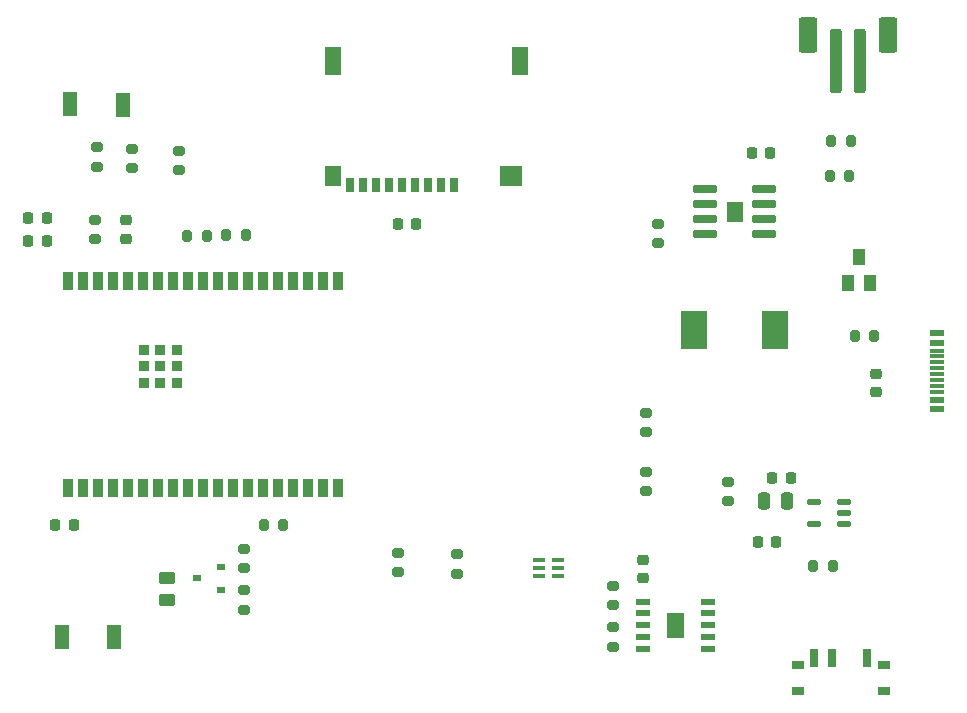
<source format=gbr>
%TF.GenerationSoftware,KiCad,Pcbnew,8.0.7*%
%TF.CreationDate,2025-04-23T11:54:05+05:30*%
%TF.ProjectId,schem,73636865-6d2e-46b6-9963-61645f706362,rev?*%
%TF.SameCoordinates,Original*%
%TF.FileFunction,Paste,Bot*%
%TF.FilePolarity,Positive*%
%FSLAX46Y46*%
G04 Gerber Fmt 4.6, Leading zero omitted, Abs format (unit mm)*
G04 Created by KiCad (PCBNEW 8.0.7) date 2025-04-23 11:54:05*
%MOMM*%
%LPD*%
G01*
G04 APERTURE LIST*
G04 Aperture macros list*
%AMRoundRect*
0 Rectangle with rounded corners*
0 $1 Rounding radius*
0 $2 $3 $4 $5 $6 $7 $8 $9 X,Y pos of 4 corners*
0 Add a 4 corners polygon primitive as box body*
4,1,4,$2,$3,$4,$5,$6,$7,$8,$9,$2,$3,0*
0 Add four circle primitives for the rounded corners*
1,1,$1+$1,$2,$3*
1,1,$1+$1,$4,$5*
1,1,$1+$1,$6,$7*
1,1,$1+$1,$8,$9*
0 Add four rect primitives between the rounded corners*
20,1,$1+$1,$2,$3,$4,$5,0*
20,1,$1+$1,$4,$5,$6,$7,0*
20,1,$1+$1,$6,$7,$8,$9,0*
20,1,$1+$1,$8,$9,$2,$3,0*%
G04 Aperture macros list end*
%ADD10C,0.010000*%
%ADD11R,0.700000X1.300000*%
%ADD12R,1.447800X1.651000*%
%ADD13R,1.447800X2.438400*%
%ADD14R,1.854200X1.651000*%
%ADD15R,1.150000X0.300000*%
%ADD16R,1.150000X0.600000*%
%ADD17R,1.000000X0.800000*%
%ADD18R,0.800000X1.500000*%
%ADD19R,0.990000X0.300000*%
%ADD20R,0.900000X1.500000*%
%ADD21R,0.900000X0.900000*%
%ADD22RoundRect,0.200000X0.275000X-0.200000X0.275000X0.200000X-0.275000X0.200000X-0.275000X-0.200000X0*%
%ADD23RoundRect,0.147500X0.457500X0.147500X-0.457500X0.147500X-0.457500X-0.147500X0.457500X-0.147500X0*%
%ADD24RoundRect,0.225000X0.225000X0.250000X-0.225000X0.250000X-0.225000X-0.250000X0.225000X-0.250000X0*%
%ADD25RoundRect,0.250000X0.250000X2.500000X-0.250000X2.500000X-0.250000X-2.500000X0.250000X-2.500000X0*%
%ADD26RoundRect,0.250000X0.550000X1.250000X-0.550000X1.250000X-0.550000X-1.250000X0.550000X-1.250000X0*%
%ADD27RoundRect,0.200000X-0.275000X0.200000X-0.275000X-0.200000X0.275000X-0.200000X0.275000X0.200000X0*%
%ADD28R,1.310000X0.600000*%
%ADD29RoundRect,0.200000X0.200000X0.275000X-0.200000X0.275000X-0.200000X-0.275000X0.200000X-0.275000X0*%
%ADD30RoundRect,0.225000X-0.250000X0.225000X-0.250000X-0.225000X0.250000X-0.225000X0.250000X0.225000X0*%
%ADD31RoundRect,0.075000X-0.910000X-0.225000X0.910000X-0.225000X0.910000X0.225000X-0.910000X0.225000X0*%
%ADD32RoundRect,0.200000X-0.200000X-0.275000X0.200000X-0.275000X0.200000X0.275000X-0.200000X0.275000X0*%
%ADD33R,1.220000X2.060000*%
%ADD34R,0.800000X0.600000*%
%ADD35RoundRect,0.225000X0.250000X-0.225000X0.250000X0.225000X-0.250000X0.225000X-0.250000X-0.225000X0*%
%ADD36R,1.000000X1.400000*%
%ADD37R,2.250000X3.180000*%
%ADD38RoundRect,0.250000X0.250000X0.475000X-0.250000X0.475000X-0.250000X-0.475000X0.250000X-0.475000X0*%
%ADD39RoundRect,0.250000X0.450000X-0.262500X0.450000X0.262500X-0.450000X0.262500X-0.450000X-0.262500X0*%
G04 APERTURE END LIST*
D10*
%TO.C,U1*%
X151664000Y-132543500D02*
X150336000Y-132543500D01*
X150336000Y-130456500D01*
X151664000Y-130456500D01*
X151664000Y-132543500D01*
G36*
X151664000Y-132543500D02*
G01*
X150336000Y-132543500D01*
X150336000Y-130456500D01*
X151664000Y-130456500D01*
X151664000Y-132543500D01*
G37*
%TO.C,IC1*%
X156645000Y-97320000D02*
X155355000Y-97320000D01*
X155355000Y-95680000D01*
X156645000Y-95680000D01*
X156645000Y-97320000D01*
G36*
X156645000Y-97320000D02*
G01*
X155355000Y-97320000D01*
X155355000Y-95680000D01*
X156645000Y-95680000D01*
X156645000Y-97320000D01*
G37*
%TD*%
D11*
%TO.C,SD1*%
X132233600Y-94204400D03*
X131133600Y-94204400D03*
X130033600Y-94204400D03*
X128933600Y-94204400D03*
X127833600Y-94204400D03*
X126733600Y-94204400D03*
X125633600Y-94204400D03*
X124533600Y-94204400D03*
X123433600Y-94204400D03*
D12*
X122015200Y-93430600D03*
D13*
X122015200Y-83730600D03*
X137840000Y-83730600D03*
D14*
X137065000Y-93430600D03*
%TD*%
D15*
%TO.C,J5*%
X173187500Y-108250002D03*
X173187497Y-109250000D03*
X173187495Y-110749999D03*
X173187504Y-111750000D03*
D16*
X173187495Y-112399999D03*
X173187502Y-113200000D03*
D15*
X173187497Y-111249991D03*
X173187503Y-110250004D03*
X173187492Y-109749999D03*
X173187500Y-108749995D03*
D16*
X173187499Y-107599999D03*
X173187488Y-106800002D03*
%TD*%
D17*
%TO.C,SW3*%
X161350000Y-137100000D03*
X168650000Y-137100000D03*
X161350000Y-134900000D03*
X168650000Y-134900000D03*
D18*
X162750000Y-134250000D03*
X164250000Y-134250000D03*
X167250000Y-134250000D03*
%TD*%
D19*
%TO.C,U2*%
X141110000Y-126000000D03*
X141110000Y-126650000D03*
X141110000Y-127300000D03*
X139500000Y-127300000D03*
X139500000Y-126650000D03*
X139500000Y-126000000D03*
%TD*%
D20*
%TO.C,U6*%
X99600000Y-102350000D03*
X100870000Y-102350000D03*
X102140000Y-102350000D03*
X103410000Y-102350000D03*
X104680000Y-102350000D03*
X105950000Y-102350000D03*
X107220000Y-102350000D03*
X108490000Y-102350000D03*
X109760000Y-102350000D03*
X111030000Y-102350000D03*
X112300000Y-102350000D03*
X113570000Y-102350000D03*
X114840000Y-102350000D03*
X116110000Y-102350000D03*
X117380000Y-102350000D03*
X118650000Y-102350000D03*
X119920000Y-102350000D03*
X121190000Y-102350000D03*
X122460000Y-102350000D03*
X122460000Y-119850000D03*
X121190000Y-119850000D03*
X119920000Y-119850000D03*
X118650000Y-119850000D03*
X117380000Y-119850000D03*
X116110000Y-119850000D03*
X114840000Y-119850000D03*
X113570000Y-119850000D03*
X112300000Y-119850000D03*
X111030000Y-119850000D03*
X109760000Y-119850000D03*
X108490000Y-119850000D03*
X107220000Y-119850000D03*
X105950000Y-119850000D03*
X104680000Y-119850000D03*
X103410000Y-119850000D03*
X102140000Y-119850000D03*
X100870000Y-119850000D03*
X99600000Y-119850000D03*
D21*
X107400000Y-109600000D03*
X108800000Y-108200000D03*
X108800000Y-109600000D03*
X108800000Y-111000000D03*
X107400000Y-111000000D03*
X106000000Y-111000000D03*
X106000000Y-109600000D03*
X106000000Y-108200000D03*
X107400000Y-108200000D03*
%TD*%
D22*
%TO.C,R15*%
X148500000Y-115150000D03*
X148500000Y-113500000D03*
%TD*%
%TO.C,R17*%
X105000000Y-92825000D03*
X105000000Y-91175000D03*
%TD*%
D23*
%TO.C,U5*%
X165255000Y-121050000D03*
X165255000Y-122000000D03*
X165255000Y-122950000D03*
X162745000Y-122950000D03*
X162745000Y-121050000D03*
%TD*%
D24*
%TO.C,C11*%
X129050000Y-97500000D03*
X127500000Y-97500000D03*
%TD*%
D25*
%TO.C,J2*%
X166600000Y-83750000D03*
X164600000Y-83750000D03*
D26*
X169000000Y-81500000D03*
X162200000Y-81500000D03*
%TD*%
D22*
%TO.C,R18*%
X114500000Y-126700000D03*
X114500000Y-125050000D03*
%TD*%
D27*
%TO.C,R4*%
X155500000Y-119350000D03*
X155500000Y-121000000D03*
%TD*%
%TO.C,R9*%
X132500000Y-125500000D03*
X132500000Y-127150000D03*
%TD*%
D28*
%TO.C,U1*%
X153750000Y-129500000D03*
X153750000Y-130500000D03*
X153750000Y-131500000D03*
X153750000Y-132500000D03*
X153750000Y-133500000D03*
X148250000Y-133500000D03*
X148250000Y-132500000D03*
X148250000Y-131500000D03*
X148250000Y-130500000D03*
X148250000Y-129500000D03*
%TD*%
D24*
%TO.C,C10*%
X159050000Y-91500000D03*
X157500000Y-91500000D03*
%TD*%
D29*
%TO.C,U3*%
X167825000Y-107000000D03*
X166175000Y-107000000D03*
%TD*%
D24*
%TO.C,C9*%
X160775000Y-119000000D03*
X159225000Y-119000000D03*
%TD*%
%TO.C,C7*%
X159550000Y-124500000D03*
X158000000Y-124500000D03*
%TD*%
D30*
%TO.C,C2*%
X168000000Y-110225000D03*
X168000000Y-111775000D03*
%TD*%
D29*
%TO.C,R7*%
X165875000Y-90500000D03*
X164225000Y-90500000D03*
%TD*%
D31*
%TO.C,IC1*%
X153525000Y-98405000D03*
X153525000Y-97135000D03*
X153525000Y-95865000D03*
X153525000Y-94595000D03*
X158475000Y-94595000D03*
X158475000Y-95865000D03*
X158475000Y-97135000D03*
X158475000Y-98405000D03*
%TD*%
D32*
%TO.C,R6*%
X116175000Y-123000000D03*
X117825000Y-123000000D03*
%TD*%
D33*
%TO.C,SW2*%
X104220000Y-87420000D03*
X99780000Y-87400000D03*
%TD*%
D29*
%TO.C,R5*%
X164325000Y-126500000D03*
X162675000Y-126500000D03*
%TD*%
D34*
%TO.C,Q1*%
X112500000Y-126600000D03*
X112500000Y-128500000D03*
X110480000Y-127550000D03*
%TD*%
D24*
%TO.C,C5*%
X97775000Y-97000000D03*
X96225000Y-97000000D03*
%TD*%
D22*
%TO.C,R14*%
X109000000Y-93000000D03*
X109000000Y-91350000D03*
%TD*%
%TO.C,R19*%
X114500000Y-130200000D03*
X114500000Y-128550000D03*
%TD*%
D27*
%TO.C,Rprog1*%
X149500000Y-97500000D03*
X149500000Y-99150000D03*
%TD*%
D22*
%TO.C,R2*%
X145750000Y-133325000D03*
X145750000Y-131675000D03*
%TD*%
D27*
%TO.C,R1*%
X145750000Y-128175000D03*
X145750000Y-129825000D03*
%TD*%
D22*
%TO.C,R13*%
X148500000Y-120150000D03*
X148500000Y-118500000D03*
%TD*%
D35*
%TO.C,C6*%
X104500000Y-98775000D03*
X104500000Y-97225000D03*
%TD*%
D36*
%TO.C,U4*%
X167500000Y-102500000D03*
X165600000Y-102500000D03*
X166550000Y-100300000D03*
%TD*%
D22*
%TO.C,R16*%
X102000000Y-92675000D03*
X102000000Y-91025000D03*
%TD*%
D32*
%TO.C,R10*%
X109675000Y-98525000D03*
X111325000Y-98525000D03*
%TD*%
D22*
%TO.C,R3*%
X101833700Y-98825100D03*
X101833700Y-97175100D03*
%TD*%
D37*
%TO.C,D1*%
X152545000Y-106500000D03*
X159455000Y-106500000D03*
%TD*%
D27*
%TO.C,R12*%
X127500000Y-125350000D03*
X127500000Y-127000000D03*
%TD*%
D32*
%TO.C,R11*%
X113000000Y-98500000D03*
X114650000Y-98500000D03*
%TD*%
D24*
%TO.C,C3*%
X100050000Y-123000000D03*
X98500000Y-123000000D03*
%TD*%
D38*
%TO.C,C8*%
X160450000Y-121000000D03*
X158550000Y-121000000D03*
%TD*%
D30*
%TO.C,C1*%
X148250000Y-125950000D03*
X148250000Y-127500000D03*
%TD*%
D24*
%TO.C,C4*%
X97775000Y-99000000D03*
X96225000Y-99000000D03*
%TD*%
D39*
%TO.C,R20*%
X107990000Y-129375000D03*
X107990000Y-127550000D03*
%TD*%
D33*
%TO.C,SW1*%
X103500000Y-132500000D03*
X99060000Y-132480000D03*
%TD*%
D29*
%TO.C,R8*%
X165725000Y-93500000D03*
X164075000Y-93500000D03*
%TD*%
M02*

</source>
